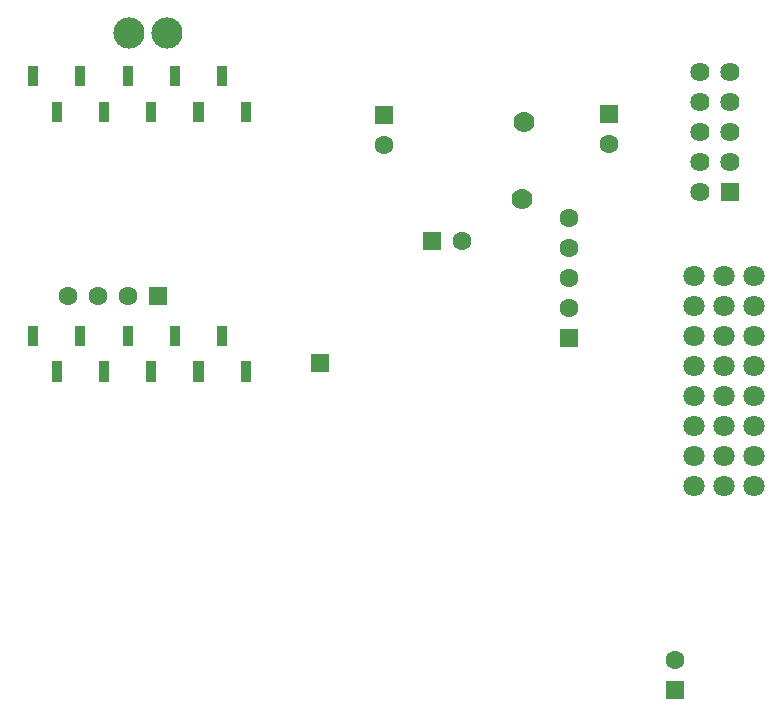
<source format=gbs>
G04 DipTrace 2.3.1.0*
%INAutoPilot.GBS*%
%MOIN*%
%ADD28C,0.07*%
%ADD74C,0.104*%
%ADD76R,0.064X0.064*%
%ADD78C,0.064*%
%ADD108C,0.0631*%
%ADD112R,0.0631X0.0631*%
%ADD117C,0.0709*%
%FSLAX44Y44*%
G04*
G70*
G90*
G75*
G01*
%LNBotMask*%
%LPD*%
D28*
X17090Y18760D3*
X17129Y21319D3*
D117*
X22800Y9200D3*
Y10200D3*
Y11200D3*
Y12200D3*
Y13200D3*
Y14200D3*
Y15200D3*
Y16200D3*
X23800Y9200D3*
Y10200D3*
Y11200D3*
Y12200D3*
Y13200D3*
Y14200D3*
Y15200D3*
Y16200D3*
X24800Y9200D3*
Y10200D3*
Y11200D3*
Y12200D3*
Y13200D3*
Y14200D3*
Y15200D3*
Y16200D3*
D112*
X4945Y15530D3*
D108*
X3945D3*
X2945D3*
X1945D3*
D112*
X19980Y21590D3*
D108*
Y20590D3*
D112*
X22175Y2386D3*
D108*
Y3386D3*
D112*
X12480Y21560D3*
D108*
Y20560D3*
D112*
X18634Y14143D3*
D108*
Y15143D3*
Y16143D3*
Y17143D3*
Y18143D3*
D112*
X10330Y13290D3*
G36*
X8037Y22015D2*
X7703D1*
Y21345D1*
X8037D1*
Y22015D1*
G37*
G36*
X7250Y23196D2*
X6915D1*
Y22526D1*
X7250D1*
Y23196D1*
G37*
G36*
X6463Y22015D2*
X6128D1*
Y21345D1*
X6463D1*
Y22015D1*
G37*
G36*
X5675Y23196D2*
X5340D1*
Y22526D1*
X5675D1*
Y23196D1*
G37*
G36*
X4888Y22015D2*
X4553D1*
Y21345D1*
X4888D1*
Y22015D1*
G37*
G36*
X4100Y23196D2*
X3766D1*
Y22526D1*
X4100D1*
Y23196D1*
G37*
G36*
X3313Y22015D2*
X2978D1*
Y21345D1*
X3313D1*
Y22015D1*
G37*
G36*
X2526Y23196D2*
X2191D1*
Y22526D1*
X2526D1*
Y23196D1*
G37*
G36*
X1738Y22015D2*
X1403D1*
Y21345D1*
X1738D1*
Y22015D1*
G37*
G36*
X951Y23196D2*
X616D1*
Y22526D1*
X951D1*
Y23196D1*
G37*
G36*
X8037Y13353D2*
X7703D1*
Y12684D1*
X8037D1*
Y13353D1*
G37*
G36*
X7250Y14534D2*
X6915D1*
Y13865D1*
X7250D1*
Y14534D1*
G37*
G36*
X6463Y13353D2*
X6128D1*
Y12684D1*
X6463D1*
Y13353D1*
G37*
G36*
X5675Y14534D2*
X5340D1*
Y13865D1*
X5675D1*
Y14534D1*
G37*
G36*
X4888Y13353D2*
X4553D1*
Y12684D1*
X4888D1*
Y13353D1*
G37*
G36*
X4100Y14534D2*
X3766D1*
Y13865D1*
X4100D1*
Y14534D1*
G37*
G36*
X3313Y13353D2*
X2978D1*
Y12684D1*
X3313D1*
Y13353D1*
G37*
G36*
X2526Y14534D2*
X2191D1*
Y13865D1*
X2526D1*
Y14534D1*
G37*
G36*
X1738Y13353D2*
X1403D1*
Y12684D1*
X1738D1*
Y13353D1*
G37*
G36*
X951Y14534D2*
X616D1*
Y13865D1*
X951D1*
Y14534D1*
G37*
D112*
X14077Y17359D3*
D108*
X15077D3*
D78*
X23000Y23000D3*
X24000D3*
Y22000D3*
X23000D3*
X24000Y21000D3*
X23000D3*
X24000Y20000D3*
X23000D3*
Y19000D3*
D76*
X24000D3*
D74*
X3995Y24305D3*
X5245D3*
M02*

</source>
